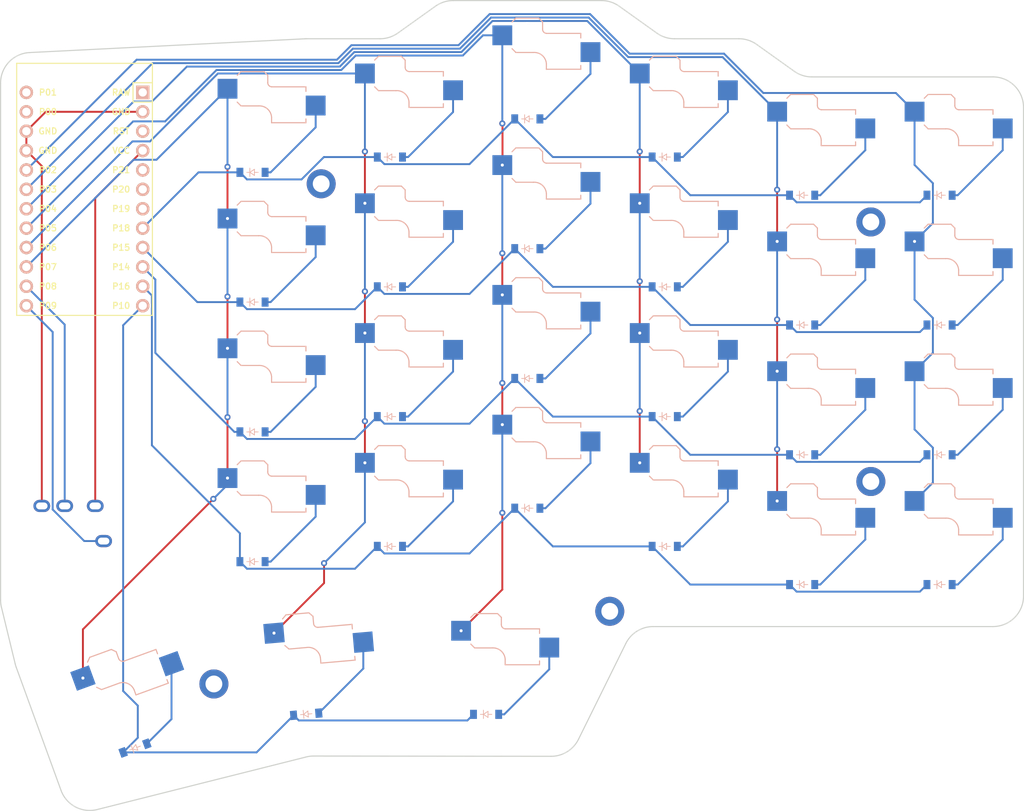
<source format=kicad_pcb>
(kicad_pcb (version 20241229) (generator "pcbnew") (generator_version "9.0")
  (title_block (title "right") (date "2025-04-23") (rev "v1.0.0") (company "Unknown"))
  (layers (0 "F.Cu" signal) (2 "B.Cu" signal) (13 "F.Paste" user) (15 "B.Paste" user) (5 "F.SilkS" user "F.Silkscreen") (7 "B.SilkS" user "B.Silkscreen") (1 "F.Mask" user) (3 "B.Mask" user) (25 "Edge.Cuts" user))
  (net 0 "")
  (net 1 "P2")
  (net 2 "mirror_outer_bottom")
  (net 3 "GND")
  (net 4 "mirror_outer_home")
  (net 5 "mirror_outer_top")
  (net 6 "mirror_outer_num")
  (net 7 "P3")
  (net 8 "mirror_pinky_bottom")
  (net 9 "mirror_pinky_home")
  (net 10 "mirror_pinky_top")
  (net 11 "mirror_pinky_num")
  (net 12 "P4")
  (net 13 "mirror_ring_bottom")
  (net 14 "mirror_ring_home")
  (net 15 "mirror_ring_top")
  (net 16 "mirror_ring_num")
  (net 17 "P5")
  (net 18 "mirror_middle_bottom")
  (net 19 "mirror_middle_home")
  (net 20 "mirror_middle_top")
  (net 21 "mirror_middle_num")
  (net 22 "P6")
  (net 23 "mirror_index_bottom")
  (net 24 "mirror_index_home")
  (net 25 "mirror_index_top")
  (net 26 "mirror_index_num")
  (net 27 "P7")
  (net 28 "mirror_inner_bottom")
  (net 29 "mirror_inner_home")
  (net 30 "mirror_inner_top")
  (net 31 "mirror_inner_num")
  (net 32 "mirror_out_home")
  (net 33 "mirror_home_home")
  (net 34 "mirror_in_home")
  (net 35 "P16")
  (net 36 "P14")
  (net 37 "P15")
  (net 38 "P18")
  (net 39 "P10")
  (net 40 "RAW")
  (net 41 "RST")
  (net 42 "VCC")
  (net 43 "P21")
  (net 44 "P20")
  (net 45 "P19")
  (net 46 "P1")
  (net 47 "P0")
  (net 48 "P8")
  (net 49 "P9")
  (footprint "ceoloide:mounting_hole_plated" (layer "F.Cu") (at 244.944522 118.019722 5)
    (property "Reference" "H4" (hide yes))
    (property "Value" "")
  )
  (footprint "ProMicro" (layer "F.Cu") (at 228 54.5 -90)
    (property "Reference" "MCU1" (hide yes))
    (property "Value" "" (hide yes))
  )
  (footprint "ceoloide:mounting_hole_plated" (layer "F.Cu") (at 259 52.5)
    (property "Reference" "H2" (hide yes))
    (property "Value" "")
  )
  (footprint "ceoloide:mounting_hole_plated" (layer "F.Cu") (at 296.8 108.5)
    (property "Reference" "H5" (hide yes))
    (property "Value" "")
  )
  (footprint "ceoloide:mounting_hole_plated" (layer "F.Cu") (at 331 91.5)
    (property "Reference" "H3" (hide yes))
    (property "Value" "")
  )
  (footprint "ceoloide:mounting_hole_plated" (layer "F.Cu") (at 331 57.5)
    (property "Reference" "H1" (hide yes))
    (property "Value" "")
  )
  (footprint "ceoloide:trrs_pj320a" (layer "F.Cu") (at 219.2 97 90)
    (property "Reference" "TRRS1" (hide yes))
    (property "Value" "")
  )
  (footprint "ceoloide:switch_choc_v1_v2" (layer "B.Cu") (at 232.898456 121.719725 20)
    (property "Reference" "S27" (hide yes))
    (property "Value" "")
  )
  (footprint "ceoloide:switch_choc_v1_v2" (layer "B.Cu") (at 304 78)
    (property "Reference" "S10" (hide yes))
    (property "Value" "")
  )
  (footprint "ceoloide:diode_tht_sod123" (layer "B.Cu") (at 340 105)
    (property "Reference" "D1" (hide yes))
    (property "Value" "")
  )
  (footprint "ceoloide:diode_tht_sod123" (layer "B.Cu") (at 268 66)
    (property "Reference" "D19" (hide yes))
    (property "Value" "")
  )
  (footprint "ceoloide:diode_tht_sod123" (layer "B.Cu") (at 286 61)
    (property "Reference" "D15" (hide yes))
    (property "Value" "")
  )
  (footprint "ceoloide:diode_tht_sod123" (layer "B.Cu") (at 340 54)
    (property "Reference" "D4" (hide yes))
    (property "Value" "")
  )
  (footprint "ceoloide:switch_choc_v1_v2" (layer "B.Cu") (at 322 66)
    (property "Reference" "S7" (hide yes))
    (property "Value" "")
  )
  (footprint "ceoloide:diode_tht_sod123" (layer "B.Cu") (at 304 49)
    (property "Reference" "D12" (hide yes))
    (property "Value" "")
  )
  (footprint "ceoloide:diode_tht_sod123" (layer "B.Cu") (at 322 71)
    (property "Reference" "D7" (hide yes))
    (property "Value" "")
  )
  (footprint "ceoloide:switch_choc_v1_v2" (layer "B.Cu") (at 286 56)
    (property "Reference" "S15" (hide yes))
    (property "Value" "")
  )
  (footprint "ceoloide:diode_tht_sod123" (layer "B.Cu") (at 286 95)
    (property "Reference" "D13" (hide yes))
    (property "Value" "")
  )
  (footprint "ceoloide:switch_choc_v1_v2" (layer "B.Cu") (at 250 97)
    (property "Reference" "S21" (hide yes))
    (property "Value" "")
  )
  (footprint "ceoloide:switch_choc_v1_v2" (layer "B.Cu") (at 268 95)
    (property "Reference" "S17" (hide yes))
    (property "Value" "")
  )
  (footprint "ceoloide:diode_tht_sod123" (layer "B.Cu") (at 250 102)
    (property "Reference" "D21" (hide yes))
    (property "Value" "")
  )
  (footprint "ceoloide:switch_choc_v1_v2" (layer "B.Cu") (at 268 44)
    (property "Reference" "S20" (hide yes))
    (property "Value" "")
  )
  (footprint "ceoloide:switch_choc_v1_v2" (layer "B.Cu") (at 340 100)
    (property "Reference" "S1" (hide yes))
    (property "Value" "")
  )
  (footprint "ceoloide:diode_tht_sod123" (layer "B.Cu") (at 280.6 122)
    (property "Reference" "D25" (hide yes))
    (property "Value" "")
  )
  (footprint "ceoloide:switch_choc_v1_v2" (layer "B.Cu") (at 304 44)
    (property "Reference" "S12" (hide yes))
    (property "Value" "")
  )
  (footprint "ceoloide:switch_choc_v1_v2" (layer "B.Cu") (at 286 39)
    (property "Reference" "S16" (hide yes))
    (property "Value" "")
  )
  (footprint "ceoloide:switch_choc_v1_v2" (layer "B.Cu") (at 322 49)
    (property "Reference" "S8" (hide yes))
    (property "Value" "")
  )
  (footprint "ceoloide:diode_tht_sod123" (layer "B.Cu") (at 250 51)
    (property "Reference" "D24" (hide yes))
    (property "Value" "")
  )
  (footprint "ceoloide:diode_tht_sod123" (layer "B.Cu") (at 268 100)
    (property "Reference" "D17" (hide yes))
    (property "Value" "")
  )
  (footprint "ceoloide:diode_tht_sod123" (layer "B.Cu") (at 257.035779 121.980974 5)
    (property "Reference" "D26" (hide yes))
    (property "Value" "")
  )
  (footprint "ceoloide:switch_choc_v1_v2" (layer "B.Cu") (at 280.6 117)
    (property "Reference" "S25" (hide yes))
    (property "Value" "")
  )
  (footprint "ceoloide:diode_tht_sod123" (layer "B.Cu") (at 250 85)
    (property "Reference" "D22" (hide yes))
    (property "Value" "")
  )
  (footprint "ceoloide:switch_choc_v1_v2" (layer "B.Cu") (at 250 46)
    (property "Reference" "S24" (hide yes))
    (property "Value" "")
  )
  (footprint "ceoloide:diode_tht_sod123" (layer "B.Cu") (at 250 68)
    (property "Reference" "D23" (hide yes))
    (property "Value" "")
  )
  (footprint "ceoloide:switch_choc_v1_v2" (layer "B.Cu") (at 322 83)
    (property "Reference" "S6" (hide yes))
    (property "Value" "")
  )
  (footprint "ceoloide:switch_choc_v1_v2" (layer "B.Cu") (at 256.6 117 5)
    (property "Reference" "S26" (hide yes))
    (property "Value" "")
  )
  (footprint "ceoloide:diode_tht_sod123" (layer "B.Cu") (at 304 83)
    (property "Reference" "D10" (hide yes))
    (property "Value" "")
  )
  (footprint "ceoloide:switch_choc_v1_v2" (layer "B.Cu") (at 304 95)
    (property "Reference" "S9" (hide yes))
    (property "Value" "")
  )
  (footprint "ceoloide:diode_tht_sod123" (layer "B.Cu") (at 234.608556 126.418188 20)
    (property "Reference" "D27" (hide yes))
    (property "Value" "")
  )
  (footprint "ceoloide:diode_tht_sod123" (layer "B.Cu") (at 286 44)
    (property "Reference" "D16" (hide yes))
    (property "Value" "")
  )
  (footprint "ceoloide:switch_choc_v1_v2" (layer "B.Cu") (at 250 80)
    (property "Reference" "S22" (hide yes))
    (property "Value" "")
  )
  (footprint "ceoloide:switch_choc_v1_v2" (layer "B.Cu") (at 322 100)
    (property "Reference" "S5" (hide yes))
    (property "Value" "")
  )
  (footprint "ceoloide:switch_choc_v1_v2" (layer "B.Cu") (at 304 61)
    (property "Reference" "S11" (hide yes))
    (property "Value" "")
  )
  (footprint "ceoloide:diode_tht_sod123" (layer "B.Cu") (at 268 83)
    (property "Reference" "D18" (hide yes))
    (property "Value" "")
  )
  (footprint "ceoloide:diode_tht_sod123" (layer "B.Cu") (at 322 88)
    (property "Reference" "D6" (hide yes))
    (property "Value" "")
  )
  (footprint "ceoloide:switch_choc_v1_v2" (layer "B.Cu") (at 340 49)
    (property "Reference" "S4" (hide yes))
    (property "Value" "")
  )
  (footprint "ceoloide:diode_tht_sod123" (layer "B.Cu") (at 322 54)
    (property "Reference" "D8" (hide yes))
    (property "Value" "")
  )
  (footprint "ceoloide:switch_choc_v1_v2" (layer "B.Cu") (at 340 83)
    (property "Reference" "S2" (hide yes))
    (property "Value" "")
  )
  (footprint "ceoloide:diode_tht_sod123" (layer "B.Cu") (at 304 100)
    (property "Reference" "D9" (hide yes))
    (property "Value" "")
  )
  (footprint "ceoloide:switch_choc_v1_v2" (layer "B.Cu") (at 268 78)
    (property "Reference" "S18" (hide yes))
    (property "Value" "")
  )
  (footprint "ceoloide:switch_choc_v1_v2" (layer "B.Cu") (at 340 66)
    (property "Reference" "S3" (hide yes))
    (property "Value" "")
  )
  (footprint "ceoloide:switch_choc_v1_v2" (layer "B.Cu") (at 286 73)
    (property "Reference" "S14" (hide yes))
    (property "Value" "")
  )
  (footprint "ceoloide:diode_tht_sod123" (layer "B.Cu") (at 286 78)
    (property "Reference" "D14" (hide yes))
    (property "Value" "")
  )
  (footprint "ceoloide:diode_tht_sod123" (layer "B.Cu") (at 340 88)
    (property "Reference" "D2" (hide yes))
    (property "Value" "")
  )
  (footprint "ceoloide:switch_choc_v1_v2" (layer "B.Cu") (at 286 90)
    (property "Reference" "S13" (hide yes))
    (property "Value" "")
  )
  (footprint "ceoloide:switch_choc_v1_v2" (layer "B.Cu") (at 250 63)
    (property "Reference" "S23" (hide yes))
    (property "Value" "")
  )
  (footprint "ceoloide:diode_tht_sod123" (layer "B.Cu") (at 340 71)
    (property "Reference" "D3" (hide yes))
    (property "Value" "")
  )
  (footprint "ceoloide:switch_choc_v1_v2" (layer "B.Cu") (at 268 61)
    (property "Reference" "S19" (hide yes))
    (property "Value" "")
  )
  (footprint "ceoloide:diode_tht_sod123" (layer "B.Cu") (at 304 66)
    (property "Reference" "D11" (hide yes))
    (property "Value" "")
  )
  (footprint "ceoloide:diode_tht_sod123" (layer "B.Cu") (at 268 49)
    (property "Reference" "D20" (hide yes))
    (property "Value" "")
  )
  (footprint "ceoloide:diode_tht_sod123" (layer "B.Cu") (at 322 105)
    (property "Reference" "D5" (hide yes))
    (property "Value" "")
  )
  (gr_arc (start 305.28186 33.5) (mid 304.061156 33.309171) (end 302.956908 32.754934) (stroke (width 0.15)) (layer "Edge.Cuts"))
  (gr_line (start 273.956908 29.245066) (end 269.043092 32.754934) (stroke (width 0.15)) (layer "Edge.Cuts"))
  (gr_line (start 217 39.304997) (end 217 107.021291) (stroke (width 0.15)) (layer "Edge.Cuts"))
  (gr_line (start 302.485192 110.5) (end 347 110.5) (stroke (width 0.15)) (layer "Edge.Cuts"))
  (gr_arc (start 217.112963 107.965189) (mid 217.028342 107.496608) (end 217 107.021291) (stroke (width 0.15)) (layer "Edge.Cuts"))
  (gr_arc (start 347 38.5) (mid 349.828427 39.671573) (end 351 42.5) (stroke (width 0.15)) (layer "Edge.Cuts"))
  (gr_arc (start 273.956908 29.245066) (mid 275.061149 28.690807) (end 276.28186 28.5) (stroke (width 0.15)) (layer "Edge.Cuts"))
  (gr_arc (start 219.046525 115.823707) (mid 218.976515 115.613393) (end 218.918259 115.399524) (stroke (width 0.15)) (layer "Edge.Cuts"))
  (gr_line (start 347 38.5) (end 323.28186 38.5) (stroke (width 0.15)) (layer "Edge.Cuts"))
  (gr_line (start 295.71814 28.5) (end 276.28186 28.5) (stroke (width 0.15)) (layer "Edge.Cuts"))
  (gr_arc (start 313.71814 33.5) (mid 314.938844 33.690829) (end 316.043092 34.245066) (stroke (width 0.15)) (layer "Edge.Cuts"))
  (gr_line (start 258.012871 127.460628) (end 289.111559 127.497083) (stroke (width 0.15)) (layer "Edge.Cuts"))
  (gr_line (start 217.112963 107.965189) (end 218.918259 115.399524) (stroke (width 0.15)) (layer "Edge.Cuts"))
  (gr_arc (start 323.28186 38.5) (mid 322.061156 38.309171) (end 320.956908 37.754934) (stroke (width 0.15)) (layer "Edge.Cuts"))
  (gr_line (start 351 106.5) (end 351 42.5) (stroke (width 0.15)) (layer "Edge.Cuts"))
  (gr_arc (start 298.899086 112.728041) (mid 300.374248 111.102363) (end 302.485192 110.5) (stroke (width 0.15)) (layer "Edge.Cuts"))
  (gr_line (start 219.046525 115.823707) (end 224.918648 131.957231) (stroke (width 0.15)) (layer "Edge.Cuts"))
  (gr_arc (start 351 106.5) (mid 349.828427 109.328427) (end 347 110.5) (stroke (width 0.15)) (layer "Edge.Cuts"))
  (gr_arc (start 269.043092 32.754934) (mid 267.938851 33.309193) (end 266.71814 33.5) (stroke (width 0.15)) (layer "Edge.Cuts"))
  (gr_line (start 292.702354 125.269044) (end 298.899086 112.728041) (stroke (width 0.15)) (layer "Edge.Cuts"))
  (gr_line (start 266.71814 33.5) (end 257.099939 33.5) (stroke (width 0.15)) (layer "Edge.Cuts"))
  (gr_line (start 320.956908 37.754934) (end 316.043092 34.245066) (stroke (width 0.15)) (layer "Edge.Cuts"))
  (gr_arc (start 217 39.304997) (mid 218.101812 36.548098) (end 220.80025 35.309988) (stroke (width 0.15)) (layer "Edge.Cuts"))
  (gr_line (start 302.956908 32.754934) (end 298.043092 29.245066) (stroke (width 0.15)) (layer "Edge.Cuts"))
  (gr_arc (start 257.032435 127.58146) (mid 257.518908 127.490658) (end 258.012871 127.460628) (stroke (width 0.15)) (layer "Edge.Cuts"))
  (gr_line (start 256.900188 33.504991) (end 220.80025 35.309988) (stroke (width 0.15)) (layer "Edge.Cuts"))
  (gr_arc (start 229.653166 134.468315) (mid 226.803199 134.122898) (end 224.918648 131.957231) (stroke (width 0.15)) (layer "Edge.Cuts"))
  (gr_arc (start 295.71814 28.5) (mid 296.938844 28.690829) (end 298.043092 29.245066) (stroke (width 0.15)) (layer "Edge.Cuts"))
  (gr_line (start 229.653166 134.468315) (end 257.032435 127.581461) (stroke (width 0.15)) (layer "Edge.Cuts"))
  (gr_arc (start 256.900188 33.504991) (mid 257.000032 33.501249) (end 257.099939 33.5) (stroke (width 0.15)) (layer "Edge.Cuts"))
  (gr_line (start 313.71814 33.5) (end 305.28186 33.5) (stroke (width 0.15)) (layer "Edge.Cuts"))
  (gr_arc (start 292.702354 125.269044) (mid 291.225205 126.89598) (end 289.111559 127.497083) (stroke (width 0.15)) (layer "Edge.Cuts"))
  (via (at 336.725 60.05) (size 0.8) (drill 0.4) (layers "F.Cu" "B.Cu") (net 1))
  (segment (start 294.22262 30.272) (end 299.405715 35.455095) (width 0.25) (layer "B.Cu") (net 1))
  (segment (start 339.126 57.649) (end 336.725 60.05) (width 0.25) (layer "B.Cu") (net 1))
  (segment (start 336.725 50.025) (end 339.126 52.426) (width 0.25) (layer "B.Cu") (net 1))
  (segment (start 281.06457 30.272) (end 294.22262 30.272) (width 0.25) (layer "B.Cu") (net 1))
  (segment (start 334.281095 40.606095) (end 336.725 43.05) (width 0.25) (layer "B.Cu") (net 1))
  (segment (start 336.725 67.673) (end 339.126 70.074) (width 0.25) (layer "B.Cu") (net 1))
  (segment (start 336.725 60.05) (end 336.725 67.673) (width 0.25) (layer "B.Cu") (net 1))
  (segment (start 276.98957 34.347) (end 281.06457 30.272) (width 0.25) (layer "B.Cu") (net 1))
  (segment (start 339.126 87.074) (end 339.126 91.649) (width 0.25) (layer "B.Cu") (net 1))
  (segment (start 339.126 74.649) (end 336.725 77.05) (width 0.25) (layer "B.Cu") (net 1))
  (segment (start 299.405715 35.455095) (end 311.767905 35.455095) (width 0.25) (layer "B.Cu") (net 1))
  (segment (start 339.126 52.426) (end 339.126 57.649) (width 0.25) (layer "B.Cu") (net 1))
  (segment (start 336.725 84.673) (end 339.126 87.074) (width 0.25) (layer "B.Cu") (net 1))
  (segment (start 311.767905 35.455095) (end 316.918905 40.606095) (width 0.25) (layer "B.Cu") (net 1))
  (segment (start 262.96219 34.347) (end 276.98957 34.347) (width 0.25) (layer "B.Cu") (net 1))
  (segment (start 339.126 91.649) (end 336.725 94.05) (width 0.25) (layer "B.Cu") (net 1))
  (segment (start 336.725 77.05) (end 336.725 84.673) (width 0.25) (layer "B.Cu") (net 1))
  (segment (start 220.38 50.69) (end 234.824 36.246) (width 0.25) (layer "B.Cu") (net 1))
  (segment (start 234.824 36.246) (end 261.06319 36.246) (width 0.25) (layer "B.Cu") (net 1))
  (segment (start 316.918905 40.606095) (end 334.281095 40.606095) (width 0.25) (layer "B.Cu") (net 1))
  (segment (start 261.06319 36.246) (end 262.96219 34.347) (width 0.25) (layer "B.Cu") (net 1))
  (segment (start 339.126 70.074) (end 339.126 74.649) (width 0.25) (layer "B.Cu") (net 1))
  (segment (start 336.725 43.05) (end 336.725 50.025) (width 0.25) (layer "B.Cu") (net 1))
  (segment (start 348.275 99.100247) (end 348.275 96.25) (width 0.25) (layer "B.Cu") (net 2))
  (segment (start 342.375247 105) (end 348.275 99.100247) (width 0.25) (layer "B.Cu") (net 2))
  (segment (start 341.65 105) (end 342.375247 105) (width 0.25) (layer "B.Cu") (net 2))
  (segment (start 220.38 45.61) (end 222.92 43.07) (width 0.25) (layer "F.Cu") (net 3))
  (segment (start 222.4 94.7) (end 222.4 50.17) (width 0.25) (layer "F.Cu") (net 3))
  (segment (start 222.4 50.17) (end 220.38 48.15) (width 0.25) (layer "F.Cu") (net 3))
  (segment (start 222.92 43.07) (end 235.62 43.07) (width 0.25) (layer "F.Cu") (net 3))
  (segment (start 220.38 48.15) (end 220.38 45.61) (width 0.25) (layer "F.Cu") (net 3))
  (segment (start 341.65 88) (end 342.375247 88) (width 0.25) (layer "B.Cu") (net 4))
  (segment (start 342.375247 88) (end 348.275 82.100247) (width 0.25) (layer "B.Cu") (net 4))
  (segment (start 348.275 82.100247) (end 348.275 79.25) (width 0.25) (layer "B.Cu") (net 4))
  (segment (start 341.65 71) (end 342.375247 71) (width 0.25) (layer "B.Cu") (net 5))
  (segment (start 342.375247 71) (end 348.275 65.100247) (width 0.25) (layer "B.Cu") (net 5))
  (segment (start 348.275 65.100247) (end 348.275 62.25) (width 0.25) (layer "B.Cu") (net 5))
  (segment (start 341.65 54) (end 342.375247 54) (width 0.25) (layer "B.Cu") (net 6))
  (segment (start 348.275 48.100247) (end 348.275 45.25) (width 0.25) (layer "B.Cu") (net 6))
  (segment (start 342.375247 54) (end 348.275 48.100247) (width 0.25) (layer "B.Cu") (net 6))
  (segment (start 318.725 70.275) (end 318.725 77.05) (width 0.25) (layer "F.Cu") (net 7))
  (segment (start 318.725 53.275) (end 318.725 60.05) (width 0.25) (layer "F.Cu") (net 7))
  (segment (start 318.725 87.275) (end 318.725 94.05) (width 0.25) (layer "F.Cu") (net 7))
  (via (at 318.725 87.275) (size 0.8) (drill 0.4) (layers "F.Cu" "B.Cu") (net 7))
  (via (at 318.725 70.275) (size 0.8) (drill 0.4) (layers "F.Cu" "B.Cu") (net 7))
  (via (at 318.725 94.05) (size 0.8) (drill 0.4) (layers "F.Cu" "B.Cu") (net 7))
  (via (at 318.725 60.05) (size 0.8) (drill 0.4) (layers "F.Cu" "B.Cu") (net 7))
  (via (at 318.725 53.275) (size 0.8) (drill 0.4) (layers "F.Cu" "B.Cu") (net 7))
  (via (at 318.725 77.05) (size 0.8) (drill 0.4) (layers "F.Cu" "B.Cu") (net 7))
  (segment (start 281.25138 30.723) (end 294.03581 30.723) (width 0.25) (layer "B.Cu") (net 7))
  (segment (start 263.149 34.798) (end 277.17638 34.798) (width 0.25) (layer "B.Cu") (net 7))
  (segment (start 277.17638 34.798) (end 281.25138 30.723) (width 0.25) (layer "B.Cu") (net 7))
  (segment (start 318.725 43.05) (end 318.725 53.275) (width 0.25) (layer "B.Cu") (net 7))
  (segment (start 236.913 36.697) (end 261.25 36.697) (width 0.25) (layer "B.Cu") (net 7))
  (segment (start 318.725 77.05) (end 318.725 87.275) (width 0.25) (layer "B.Cu") (net 7))
  (segment (start 318.725 60.05) (end 318.725 70.275) (width 0.25) (layer "B.Cu") (net 7))
  (segment (start 294.03581 30.723) (end 299.218905 35.906095) (width 0.25) (layer "B.Cu") (net 7))
  (segment (start 311.581095 35.906095) (end 318.725 43.05) (width 0.25) (layer "B.Cu") (net 7))
  (segment (start 261.25 36.697) (end 263.149 34.798) (width 0.25) (layer "B.Cu") (net 7))
  (segment (start 299.218905 35.906095) (end 311.581095 35.906095) (width 0.25) (layer "B.Cu") (net 7))
  (segment (start 220.38 53.23) (end 236.913 36.697) (width 0.25) (layer "B.Cu") (net 7))
  (segment (start 330.275 99.100247) (end 330.275 96.25) (width 0.25) (layer "B.Cu") (net 8))
  (segment (start 323.65 105) (end 324.375247 105) (width 0.25) (layer "B.Cu") (net 8))
  (segment (start 324.375247 105) (end 330.275 99.100247) (width 0.25) (layer "B.Cu") (net 8))
  (segment (start 330.275 82.100247) (end 330.275 79.25) (width 0.25) (layer "B.Cu") (net 9))
  (segment (start 323.65 88) (end 324.375247 88) (width 0.25) (layer "B.Cu") (net 9))
  (segment (start 324.375247 88) (end 330.275 82.100247) (width 0.25) (layer "B.Cu") (net 9))
  (segment (start 323.65 71) (end 324.375247 71) (width 0.25) (layer "B.Cu") (net 10))
  (segment (start 324.375247 71) (end 330.275 65.100247) (width 0.25) (layer "B.Cu") (net 10))
  (segment (start 330.275 65.100247) (end 330.275 62.25) (width 0.25) (layer "B.Cu") (net 10))
  (segment (start 324.375247 54) (end 330.275 48.100247) (width 0.25) (layer "B.Cu") (net 11))
  (segment (start 330.275 48.100247) (end 330.275 45.25) (width 0.25) (layer "B.Cu") (net 11))
  (segment (start 323.65 54) (end 324.375247 54) (width 0.25) (layer "B.Cu") (net 11))
  (segment (start 300.725 82.275) (end 300.725 89.05) (width 0.25) (layer "F.Cu") (net 12))
  (segment (start 300.725 65.275) (end 300.725 72.05) (width 0.25) (layer "F.Cu") (net 12))
  (segment (start 300.725 48.275) (end 300.725 55.05) (width 0.25) (layer "F.Cu") (net 12))
  (via (at 300.725 55.05) (size 0.8) (drill 0.4) (layers "F.Cu" "B.Cu") (net 12))
  (via (at 300.725 48.275) (size 0.8) (drill 0.4) (layers "F.Cu" "B.Cu") (net 12))
  (via (at 300.725 72.05) (size 0.8) (drill 0.4) (layers "F.Cu" "B.Cu") (net 12))
  (via (at 300.725 82.275) (size 0.8) (drill 0.4) (layers "F.Cu" "B.Cu") (net 12))
  (via (at 300.725 89.05) (size 0.8) (drill 0.4) (layers "F.Cu" "B.Cu") (net 12))
  (via (at 300.725 65.275) (size 0.8) (drill 0.4) (layers "F.Cu" "B.Cu") (net 12))
  (segment (start 300.725 55.05) (end 300.725 65.275) (width 0.25) (layer "B.Cu") (net 12))
  (segment (start 261.43819 37.148) (end 263.33719 35.249) (width 0.25) (layer "B.Cu") (net 12))
  (segment (start 277.36319 35.249) (end 281.43819 31.174) (width 0.25) (layer "B.Cu") (net 12))
  (segment (start 300.725 38.05) (end 300.725 48.275) (width 0.25) (layer "B.Cu") (net 12))
  (segment (start 263.33719 35.249) (end 277.36319 35.249) (width 0.25) (layer "B.Cu") (net 12))
  (segment (start 220.38 55.77) (end 234.4177 41.7323) (width 0.25) (layer "B.Cu") (net 12))
  (segment (start 234.4177 41.7323) (end 236.8223 41.7323) (width 0.25) (layer "B.Cu") (net 12))
  (segment (start 293.849 31.174) (end 300.725 38.05) (width 0.25) (layer "B.Cu") (net 12))
  (segment (start 300.725 72.05) (end 300.725 82.275) (width 0.25) (layer "B.Cu") (net 12))
  (segment (start 281.43819 31.174) (end 293.849 31.174) (width 0.25) (layer "B.Cu") (net 12))
  (segment (start 236.8223 41.7323) (end 241.4066 37.148) (width 0.25) (layer "B.Cu") (net 12))
  (segment (start 241.4066 37.148) (end 261.43819 37.148) (width 0.25) (layer "B.Cu") (net 12))
  (segment (start 312.275 94.100247) (end 312.275 91.25) (width 0.25) (layer "B.Cu") (net 13))
  (segment (start 305.65 100) (end 306.375247 100) (width 0.25) (layer "B.Cu") (net 13))
  (segment (start 306.375247 100) (end 312.275 94.100247) (width 0.25) (layer "B.Cu") (net 13))
  (segment (start 305.65 83) (end 306.375247 83) (width 0.25) (layer "B.Cu") (net 14))
  (segment (start 306.375247 83) (end 312.275 77.100247) (width 0.25) (layer "B.Cu") (net 14))
  (segment (start 312.275 77.100247) (end 312.275 74.25) (width 0.25) (layer "B.Cu") (net 14))
  (segment (start 306.375247 66) (end 312.275 60.100247) (width 0.25) (layer "B.Cu") (net 15))
  (segment (start 312.275 60.100247) (end 312.275 57.25) (width 0.25) (layer "B.Cu") (net 15))
  (segment (start 305.65 66) (end 306.375247 66) (width 0.25) (layer "B.Cu") (net 15))
  (segment (start 305.65 49) (end 306.375247 49) (width 0.25) (layer "B.Cu") (net 16))
  (segment (start 306.375247 49) (end 312.275 43.100247) (width 0.25) (layer "B.Cu") (net 16))
  (segment (start 312.275 43.100247) (end 312.275 40.25) (width 0.25) (layer "B.Cu") (net 16))
  (segment (start 282.724847 78.599847) (end 282.725 78.6) (width 0.25) (layer "F.Cu") (net 17))
  (segment (start 282.725 78.6) (end 282.725 84.05) (width 0.25) (layer "F.Cu") (net 17))
  (segment (start 282.724847 44.599847) (end 282.75 44.625) (width 0.25) (layer "F.Cu") (net 17))
  (segment (start 282.724847 105.650153) (end 277.325 111.05) (width 0.25) (layer "F.Cu") (net 17))
  (segment (start 282.75 50.025) (end 282.725 50.05) (width 0.25) (layer "F.Cu") (net 17))
  (segment (start 282.725 61.6) (end 282.725 67.05) (width 0.25) (layer "F.Cu") (net 17))
  (segment (start 282.75 44.625) (end 282.75 50.025) (width 0.25) (layer "F.Cu") (net 17))
  (segment (start 282.724847 61.599847) (end 282.725 61.6) (width 0.25) (layer "F.Cu") (net 17))
  (segment (start 282.724847 95.599847) (end 282.724847 105.650153) (width 0.25) (layer "F.Cu") (net 17))
  (via (at 282.724847 95.599847) (size 0.8) (drill 0.4) (layers "F.Cu" "B.Cu") (net 17))
  (via (at 282.724847 44.599847) (size 0.8) (drill 0.4) (layers "F.Cu" "B.Cu") (net 17))
  (via (at 282.724847 78.599847) (size 0.8) (drill 0.4) (layers "F.Cu" "B.Cu") (net 17))
  (via (at 277.325 111.05) (size 0.8) (drill 0.4) (layers "F.Cu" "B.Cu") (net 17))
  (via (at 282.725 84.05) (size 0.8) (drill 0.4) (layers "F.Cu" "B.Cu") (net 17))
  (via (at 282.724847 61.599847) (size 0.8) (drill 0.4) (layers "F.Cu" "B.Cu") (net 17))
  (via (at 282.725 67.05) (size 0.8) (drill 0.4) (layers "F.Cu" "B.Cu") (net 17))
  (via (at 282.725 50.05) (size 0.8) (drill 0.4) (layers "F.Cu" "B.Cu") (net 17))
  (segment (start 282.725 84.05) (end 282.725 95.599694) (width 0.25) (layer "B.Cu") (net 17))
  (segment (start 282.725 67.05) (end 282.725 78.599694) (width 0.25) (layer "B.Cu") (net 17))
  (segment (start 280.2 33.05) (end 282.725 33.05) (width 0.25) (layer "B.Cu") (net 17))
  (segment (start 238.56019 44.325) (end 245.28619 37.599) (width 0.25) (layer "B.Cu") (net 17))
  (segment (start 245.28619 37.599) (end 261.625 37.599) (width 0.25) (layer "B.Cu") (net 17))
  (segment (start 282.725 44.599694) (end 282.724847 44.599847) (width 0.25) (layer "B.Cu") (net 17))
  (segment (start 282.725 33.05) (end 282.725 44.599694) (width 0.25) (layer "B.Cu") (net 17))
  (segment (start 220.38 58.31) (end 234.365 44.325) (width 0.25) (layer "B.Cu") (net 17))
  (segment (start 282.725 61.599694) (end 282.724847 61.599847) (width 0.25) (layer "B.Cu") (net 17))
  (segment (start 282.725 78.599694) (end 282.724847 78.599847) (width 0.25) (layer "B.Cu") (net 17))
  (segment (start 261.625 37.599) (end 263.524 35.7) (width 0.25) (layer "B.Cu") (net 17))
  (segment (start 282.725 50.05) (end 282.725 61.599694) (width 0.25) (layer "B.Cu") (net 17))
  (segment (start 234.365 44.325) (end 238.56019 44.325) (width 0.25) (layer "B.Cu") (net 17))
  (segment (start 282.725 95.599694) (end 282.724847 95.599847) (width 0.25) (layer "B.Cu") (net 17))
  (segment (start 277.55 35.7) (end 280.2 33.05) (width 0.25) (layer "B.Cu") (net 17))
  (segment (start 263.524 35.7) (end 277.55 35.7) (width 0.25) (layer "B.Cu") (net 17))
  (segment (start 294.275 89.100247) (end 294.275 86.25) (width 0.25) (layer "B.Cu") (net 18))
  (segment (start 287.65 95) (end 288.375247 95) (width 0.25) (layer "B.Cu") (net 18))
  (segment (start 288.375247 95) (end 294.275 89.100247) (width 0.25) (layer "B.Cu") (net 18))
  (segment (start 287.65 78) (end 288.375247 78) (width 0.25) (layer "B.Cu") (net 19))
  (segment (start 288.375247 78) (end 294.275 72.100247) (width 0.25) (layer "B.Cu") (net 19))
  (segment (start 294.275 72.100247) (end 294.275 69.25) (width 0.25) (layer "B.Cu") (net 19))
  (segment (start 294.275 55.100247) (end 294.275 52.25) (width 0.25) (layer "B.Cu") (net 20))
  (segment (start 287.65 61) (end 288.375247 61) (width 0.25) (layer "B.Cu") (net 20))
  (segment (start 288.375247 61) (end 294.275 55.100247) (width 0.25) (layer "B.Cu") (net 20))
  (segment (start 288.375247 44) (end 294.275 38.100247) (width 0.25) (layer "B.Cu") (net 21))
  (segment (start 294.275 38.100247) (end 294.275 35.25) (width 0.25) (layer "B.Cu") (net 21))
  (segment (start 287.65 44) (end 288.375247 44) (width 0.25) (layer "B.Cu") (net 21))
  (segment (start 264.725 83.6) (end 264.725 89.05) (width 0.25) (layer "F.Cu") (net 22))
  (segment (start 264.724847 66.599847) (end 264.725 66.6) (width 0.25) (layer "F.Cu") (net 22))
  (segment (start 264.724847 83.599847) (end 264.725 83.6) (width 0.25) (layer "F.Cu") (net 22))
  (segment (start 259.375 104.801963) (end 252.818886 111.358077) (width 0.25) (layer "F.Cu") (net 22))
  (segment (start 259.375 102.201) (end 259.375 104.801963) (width 0.25) (layer "F.Cu") (net 22))
  (segment (start 264.725 48.275) (end 264.725 55.05) (width 0.25) (layer "F.Cu") (net 22))
  (segment (start 264.725 66.6) (end 264.725 72.05) (width 0.25) (layer "F.Cu") (net 22))
  (via (at 264.725 72.05) (size 0.8) (drill 0.4) (layers "F.Cu" "B.Cu") (net 22))
  (via (at 264.725 48.275) (size 0.8) (drill 0.4) (layers "F.Cu" "B.Cu") (net 22))
  (via (at 264.725 55.05) (size 0.8) (drill 0.4) (layers "F.Cu" "B.Cu") (net 22))
  (via (at 264.724847 66.599847) (size 0.8) (drill 0.4) (layers "F.Cu" "B.Cu") (net 22))
  (via (at 259.375 102.201) (size 0.8) (drill 0.4) (layers "F.Cu" "B.Cu") (net 22))
  (via (at 252.818886 111.358077) (size 0.8) (drill 0.4) (layers "F.Cu" "B.Cu") (net 22))
  (via (at 264.725 89.05) (size 0.8) (drill 0.4) (layers "F.Cu" "B.Cu") (net 22))
  (via (at 264.724847 83.599847) (size 0.8) (drill 0.4) (layers "F.Cu" "B.Cu") (net 22))
  (segment (start 236.5753 46.9477) (end 234.2823 46.9477) (width 0.25) (layer "B.Cu") (net 22))
  (segment (start 264.725 55.05) (end 264.725 66.599694) (width 0.25) (layer "B.Cu") (net 22))
  (segment (start 245.473 38.05) (end 236.5753 46.9477) (width 0.25) (layer "B.Cu") (net 22))
  (segment (start 264.725 38.05) (end 245.473 38.05) (width 0.25) (layer "B.Cu") (net 22))
  (segment (start 264.725 83.599694) (end 264.724847 83.599847) (width 0.25) (layer "B.Cu") (net 22))
  (segment (start 264.725 66.599694) (end 264.724847 66.599847) (width 0.25) (layer "B.Cu") (net 22))
  (segment (start 264.725 38.05) (end 264.725 48.275) (width 0.25) (layer "B.Cu") (net 22))
  (segment (start 234.2823 46.9477) (end 220.38 60.85) (width 0.25) (layer "B.Cu") (net 22))
  (segment (start 264.725 89.05) (end 264.725 96.851) (width 0.25) (layer "B.Cu") (net 22))
  (segment (start 264.725 72.05) (end 264.725 83.599694) (width 0.25) (layer "B.Cu") (net 22))
  (segment (start 264.725 96.851) (end 259.375 102.201) (width 0.25) (layer "B.Cu") (net 22))
  (segment (start 269.65 100) (end 270.375247 100) (width 0.25) (layer "B.Cu") (net 23))
  (segment (start 276.275 94.100247) (end 276.275 91.25) (width 0.25) (layer "B.Cu") (net 23))
  (segment (start 270.375247 100) (end 276.275 94.100247) (width 0.25) (layer "B.Cu") (net 23))
  (segment (start 270.375247 83) (end 276.275 77.100247) (width 0.25) (layer "B.Cu") (net 24))
  (segment (start 276.275 77.100247) (end 276.275 74.25) (width 0.25) (layer "B.Cu") (net 24))
  (segment (start 269.65 83) (end 270.375247 83) (width 0.25) (layer "B.Cu") (net 24))
  (segment (start 269.65 66) (end 270.375247 66) (width 0.25) (layer "B.Cu") (net 25))
  (segment (start 276.275 60.100247) (end 276.275 57.25) (width 0.25) (layer "B.Cu") (net 25))
  (segment (start 270.375247 66) (end 276.275 60.100247) (width 0.25) (layer "B.Cu") (net 25))
  (segment (start 269.65 49) (end 270.375247 49) (width 0.25) (layer "B.Cu") (net 26))
  (segment (start 276.275 43.100247) (end 276.275 40.25) (width 0.25) (layer "B.Cu") (net 26))
  (segment (start 270.375247 49) (end 276.275 43.100247) (width 0.25) (layer "B.Cu") (net 26))
  (segment (start 246.725 83.075002) (end 246.725 91.05) (width 0.25) (layer "F.Cu") (net 27))
  (segment (start 246.72503 83.074972) (end 246.725 83.075002) (width 0.25) (layer "F.Cu") (net 27))
  (segment (start 246.725 50.275) (end 246.725 57.05) (width 0.25) (layer "F.Cu") (net 27))
  (segment (start 244.869699 93.780301) (end 227.785943 110.864057) (width 0.25) (layer "F.Cu") (net 27))
  (segment (start 246.725 67.275) (end 246.725 74.05) (width 0.25) (layer "F.Cu") (net 27))
  (segment (start 227.785943 110.864057) (end 227.785943 117.24867) (width 0.25) (layer "F.Cu") (net 27))
  (via (at 246.72503 83.074972) (size 0.8) (drill 0.4) (layers "F.Cu" "B.Cu") (net 27))
  (via (at 246.725 50.275) (size 0.8) (drill 0.4) (layers "F.Cu" "B.Cu") (net 27))
  (via (at 246.725 74.05) (size 0.8) (drill 0.4) (layers "F.Cu" "B.Cu") (net 27))
  (via (at 246.725 91.05) (size 0.8) (drill 0.4) (layers "F.Cu" "B.Cu") (net 27))
  (via (at 246.725 57.05) (size 0.8) (drill 0.4) (layers "F.Cu" "B.Cu") (net 27))
  (via (at 244.869699 93.780301) (size 0.8) (drill 0.4) (layers "F.Cu" "B.Cu") (net 27))
  (via (at 227.785943 117.24867) (size 0.8) (drill 0.4) (layers "F.Cu" "B.Cu") (net 27))
  (via (at 246.725 67.275) (size 0.8) (drill 0.4) (layers "F.Cu" "B.Cu") (net 27))
  (segment (start 246.725 91.925) (end 244.869699 93.780301) (width 0.25) (layer "B.Cu") (net 27))
  (segment (start 237.4227 49.3523) (end 234.4177 49.3523) (width 0.25) (layer "B.Cu") (net 27))
  (segment (start 246.725 74.05) (end 246.725 83.074942) (width 0.25) (layer "B.Cu") (net 27))
  (segment (start 246.725 57.05) (end 246.725 67.275) (width 0.25) (layer "B.Cu") (net 27))
  (segment (start 246.725 83.074942) (end 246.72503 83.074972) (width 0.25) (layer "B.Cu") (net 27))
  (segment (start 246.725 40.05) (end 237.4227 49.3523) (width 0.25) (layer "B.Cu") (net 27))
  (segment (start 246.725 40.05) (end 246.725 50.275) (width 0.25) (layer "B.Cu") (net 27))
  (segment (start 246.725 91.05) (end 246.725 91.925) (width 0.25) (layer "B.Cu") (net 27))
  (segment (start 234.4177 49.3523) (end 220.38 63.39) (width 0.25) (layer "B.Cu") (net 27))
  (segment (start 258.275 96.100247) (end 258.275 93.25) (width 0.25) (layer "B.Cu") (net 28))
  (segment (start 252.375247 102) (end 258.275 96.100247) (width 0.25) (layer "B.Cu") (net 28))
  (segment (start 251.65 102) (end 252.375247 102) (width 0.25) (layer "B.Cu") (net 28))
  (segment (start 251.65 85) (end 252.375247 85) (width 0.25) (layer "B.Cu") (net 29))
  (segment (start 252.375247 85) (end 258.275 79.100247) (width 0.25) (layer "B.Cu") (net 29))
  (segment (start 258.275 79.100247) (end 258.275 76.25) (width 0.25) (layer "B.Cu") (net 29))
  (segment (start 258.275 62.100247) (end 258.275 59.25) (width 0.25) (layer "B.Cu") (net 30))
  (segment (start 251.65 68) (end 252.375247 68) (width 0.25) (layer "B.Cu") (net 30))
  (segment (start 252.375247 68) (end 258.275 62.100247) (width 0.25) (layer "B.Cu") (net 30))
  (segment (start 251.65 51) (end 252.375247 51) (width 0.25) (layer "B.Cu") (net 31))
  (segment (start 252.375247 51) (end 258.275 45.100247) (width 0.25) (layer "B.Cu") (net 31))
  (segment (start 258.275 45.100247) (end 258.275 42.25) (width 0.25) (layer "B.Cu") (net 31))
  (segment (start 282.25 122) (end 282.975247 122) (width 0.25) (layer "B.Cu") (net 32))
  (segment (start 288.875 116.100247) (end 288.875 113.25) (width 0.25) (layer "B.Cu") (net 32))
  (segment (start 282.975247 122) (end 288.875 116.100247) (width 0.25) (layer "B.Cu") (net 32))
  (segment (start 258.6795 121.837167) (end 264.516677 115.99999) (width 0.25) (layer "B.Cu") (net 33))
  (segment (start 264.516677 115.99999) (end 264.516677 112.543056) (width 0.25) (layer "B.Cu") (net 33))
  (segment (start 239.391837 122.621067) (end 239.391837 115.365661) (width 0.25) (layer "B.Cu") (net 34))
  (segment (start 236.159049 125.853855) (end 239.391837 122.621067) (width 0.25) (layer "B.Cu") (net 34))
  (segment (start 236.8223 86.758207) (end 236.8223 67.1323) (width 0.25) (layer "B.Cu") (net 35))
  (segment (start 248.35 98.285907) (end 236.8223 86.758207) (width 0.25) (layer "B.Cu") (net 35))
  (segment (start 267.276 100.926) (end 278.424 100.926) (width 0.25) (layer "B.Cu") (net 35))
  (segment (start 278.424 100.926) (end 284.35 95) (width 0.25) (layer "B.Cu") (net 35))
  (segment (start 302.35 100) (end 307.35 105) (width 0.25) (layer "B.Cu") (net 35))
  (segment (start 307.35 105) (end 320.35 105) (width 0.25) (layer "B.Cu") (net 35))
  (segment (start 337.424 105.926) (end 338.35 105) (width 0.25) (layer "B.Cu") (net 35))
  (segment (start 236.8223 67.1323) (end 235.62 65.93) (width 0.25) (layer "B.Cu") (net 35))
  (segment (start 320.35 105) (end 321.276 105.926) (width 0.25) (layer "B.Cu") (net 35))
  (segment (start 321.276 105.926) (end 337.424 105.926) (width 0.25) (layer "B.Cu") (net 35))
  (segment (start 249.276 102.926) (end 263.424 102.926) (width 0.25) (layer "B.Cu") (net 35))
  (segment (start 284.35 95) (end 289.35 100) (width 0.25) (layer "B.Cu") (net 35))
  (segment (start 266.35 100) (end 267.276 100.926) (width 0.25) (layer "B.Cu") (net 35))
  (segment (start 263.424 102.926) (end 266.35 100) (width 0.25) (layer "B.Cu") (net 35))
  (segment (start 248.35 102) (end 249.276 102.926) (width 0.25) (layer "B.Cu") (net 35))
  (segment (start 248.35 102) (end 248.35 98.285907) (width 0.25) (layer "B.Cu") (net 35))
  (segment (start 289.35 100) (end 302.35 100) (width 0.25) (layer "B.Cu") (net 35))
  (segment (start 284.35 78) (end 289.35 83) (width 0.25) (layer "B.Cu") (net 36))
  (segment (start 249.276 85.926) (end 263.424 85.926) (width 0.25) (layer "B.Cu") (net 36))
  (segment (start 248.35 85) (end 247.624753 85) (width 0.25) (layer "B.Cu") (net 36))
  (segment (start 321.276 88.926) (end 337.424 88.926) (width 0.25) (layer "B.Cu") (net 36))
  (segment (start 237.2733 65.0433) (end 235.62 63.39) (width 0.25) (layer "B.Cu") (net 36))
  (segment (start 266.35 83) (end 267.276 83.926) (width 0.25) (layer "B.Cu") (net 36))
  (segment (start 237.2733 74.648547) (end 237.2733 65.0433) (width 0.25) (layer "B.Cu") (net 36))
  (segment (start 247.624753 85) (end 237.2733 74.648547) (width 0.25) (layer "B.Cu") (net 36))
  (segment (start 307.35 88) (end 320.35 88) (width 0.25) (layer "B.Cu") (net 36))
  (segment (start 263.424 85.926) (end 266.35 83) (width 0.25) (layer "B.Cu") (net 36))
  (segment (start 248.35 85) (end 249.276 85.926) (width 0.25) (layer "B.Cu") (net 36))
  (segment (start 289.35 83) (end 302.35 83) (width 0.25) (layer "B.Cu") (net 36))
  (segment (start 278.424 83.926) (end 284.35 78) (width 0.25) (layer "B.Cu") (net 36))
  (segment (start 302.35 83) (end 307.35 88) (width 0.25) (layer "B.Cu") (net 36))
  (segment (start 267.276 83.926) (end 278.424 83.926) (width 0.25) (layer "B.Cu") (net 36))
  (segment (start 337.424 88.926) (end 338.35 88) (width 0.25) (layer "B.Cu") (net 36))
  (segment (start 320.35 88) (end 321.276 88.926) (width 0.25) (layer "B.Cu") (net 36))
  (segment (start 307.35 71) (end 320.35 71) (width 0.25) (layer "B.Cu") (net 37))
  (segment (start 289.35 66) (end 302.35 66) (width 0.25) (layer "B.Cu") (net 37))
  (segment (start 263.424 68.926) (end 266.35 66) (width 0.25) (layer "B.Cu") (net 37))
  (segment (start 337.424 71.926) (end 338.35 71) (width 0.25) (layer "B.Cu") (net 37))
  (segment (start 248.35 68) (end 249.276 68.926) (width 0.25) (layer "B.Cu") (net 37))
  (segment (start 321.276 71.926) (end 337.424 71.926) (width 0.25) (layer "B.Cu") (net 37))
  (segment (start 249.276 68.926) (end 263.424 68.926) (width 0.25) (layer "B.Cu") (net 37))
  (segment (start 266.35 66) (end 267.276 66.926) (width 0.25) (layer "B.Cu") (net 37))
  (segment (start 278.424 66.926) (end 284.35 61) (width 0.25) (layer "B.Cu") (net 37))
  (segment (start 302.35 66) (end 307.35 71) (width 0.25) (layer "B.Cu") (net 37))
  (segment (start 248.35 68) (end 242.77 68) (width 0.25) (layer "B.Cu") (net 37))
  (segment (start 242.77 68) (end 235.62 60.85) (width 0.25) (layer "B.Cu") (net 37))
  (segment (start 320.35 71) (end 321.276 71.926) (width 0.25) (layer "B.Cu") (net 37))
  (segment (start 284.35 61) (end 289.35 66) (width 0.25) (layer "B.Cu") (net 37))
  (segment (start 267.276 66.926) (end 278.424 66.926) (width 0.25) (layer "B.Cu") (net 37))
  (segment (start 259.35196 49) (end 266.35 49) (width 0.25) (layer "B.Cu") (net 38))
  (segment (start 249.276 51.926) (end 256.42596 51.926) (width 0.25) (layer "B.Cu") (net 38))
  (segment (start 242.93 51) (end 235.62 58.31) (width 0.25) (layer "B.Cu") (net 38))
  (segment (start 266.35 49) (end 267.276 49.926) (width 0.25) (layer "B.Cu") (net 38))
  (segment (start 267.276 49.926) (end 278.424 49.926) (width 0.25) (layer "B.Cu") (net 38))
  (segment (start 307.35 54) (end 320.35 54) (width 0.25) (layer "B.Cu") (net 38))
  (segment (start 248.35 51) (end 249.276 51.926) (width 0.25) (layer "B.Cu") (net 38))
  (segment (start 278.424 49.926) (end 284.35 44) (width 0.25) (layer "B.Cu") (net 38))
  (segment (start 321.276 54.926) (end 337.424 54.926) (width 0.25) (layer "B.Cu") (net 38))
  (segment (start 289.35 49) (end 302.35 49) (width 0.25) (layer "B.Cu") (net 38))
  (segment (start 248.35 51) (end 242.93 51) (width 0.25) (layer "B.Cu") (net 38))
  (segment (start 256.42596 51.926) (end 259.35196 49) (width 0.25) (layer "B.Cu") (net 38))
  (segment (start 302.35 49) (end 307.35 54) (width 0.25) (layer "B.Cu") (net 38))
  (segment (start 320.35 54) (end 321.276 54.926) (width 0.25) (layer "B.Cu") (net 38))
  (segment (start 284.35 44) (end 289.35 49) (width 0.25) (layer "B.Cu") (net 38))
  (segment (start 337.424 54.926) (end 338.35 54) (width 0.25) (layer "B.Cu") (net 38))
  (segment (start 256.067381 122.800104) (end 278.149896 122.800104) (width 0.25) (layer "B.Cu") (net 39))
  (segment (start 233.058063 126.982521) (end 250.534318 126.982521) (width 0.25) (layer "B.Cu") (net 39))
  (segment (start 278.149896 122.800104) (end 278.95 122) (width 0.25) (layer "B.Cu") (net 39))
  (segment (start 250.534318 126.982521) (end 255.392058 122.124781) (width 0.25) (layer "B.Cu") (net 39))
  (segment (start 233.058063 71.031937) (end 235.62 68.47) (width 0.25) (layer "B.Cu") (net 39))
  (segment (start 234.974456 120.859818) (end 233.058063 118.943425) (width 0.25) (layer "B.Cu") (net 39))
  (segment (start 233.058063 118.943425) (end 233.058063 71.031937) (width 0.25) (layer "B.Cu") (net 39))
  (segment (start 233.058063 126.982521) (end 234.974456 125.066128) (width 0.25) (layer "B.Cu") (net 39))
  (segment (start 255.392058 122.124781) (end 256.067381 122.800104) (width 0.25) (layer "B.Cu") (net 39))
  (segment (start 234.974456 125.066128) (end 234.974456 120.859818) (width 0.25) (layer "B.Cu") (net 39))
  (segment (start 229.4 94.7) (end 229.4 54.37) (width 0.25) (layer "F.Cu") (net 42))
  (segment (start 229.4 54.37) (end 235.62 48.15) (width 0.25) (layer "F.Cu") (net 42))
  (segment (start 225.4 94.7) (end 225.4 70.95) (width 0.25) (layer "B.Cu") (net 48))
  (segment (start 225.4 70.95) (end 220.38 65.93) (width 0.25) (layer "B.Cu") (net 48))
  (segment (start 223.826 95.166404) (end 223.826 71.916) (width 0.25) (layer "B.Cu") (net 49))
  (segment (start 227.959596 99.3) (end 223.826 95.166404) (width 0.25) (layer "B.Cu") (net 49))
  (segment (start 223.826 71.916) (end 220.38 68.47) (width 0.25) (layer "B.Cu") (net 49))
  (segment (start 230.5 99.3) (end 227.959596 99.3) (width 0.25) (layer "B.Cu") (net 49))
)
</source>
